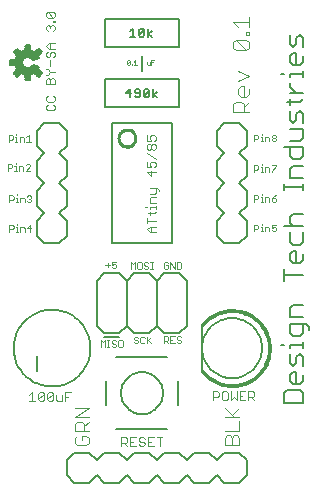
<source format=gto>
G75*
G70*
%OFA0B0*%
%FSLAX24Y24*%
%IPPOS*%
%LPD*%
%AMOC8*
5,1,8,0,0,1.08239X$1,22.5*
%
%ADD10C,0.0010*%
%ADD11C,0.0030*%
%ADD12C,0.0050*%
%ADD13C,0.0020*%
%ADD14C,0.0040*%
%ADD15C,0.0080*%
%ADD16C,0.0100*%
%ADD17C,0.0060*%
%ADD18C,0.0059*%
D10*
X007460Y004146D02*
X007532Y004200D01*
X007531Y004199D02*
X007574Y004146D01*
X007619Y004095D01*
X007668Y004047D01*
X007719Y004002D01*
X007773Y003959D01*
X007829Y003920D01*
X007887Y003884D01*
X007947Y003851D01*
X008008Y003822D01*
X008072Y003797D01*
X008136Y003775D01*
X008202Y003756D01*
X008269Y003742D01*
X008336Y003731D01*
X008404Y003724D01*
X008472Y003721D01*
X008541Y003722D01*
X008609Y003727D01*
X008677Y003735D01*
X008744Y003748D01*
X008810Y003764D01*
X008875Y003784D01*
X008940Y003807D01*
X009002Y003834D01*
X009063Y003865D01*
X009122Y003899D01*
X009180Y003936D01*
X009235Y003977D01*
X009287Y004021D01*
X009337Y004067D01*
X009384Y004116D01*
X009429Y004168D01*
X009470Y004222D01*
X009509Y004279D01*
X009544Y004338D01*
X009575Y004398D01*
X009603Y004460D01*
X009628Y004524D01*
X009649Y004589D01*
X009666Y004655D01*
X009680Y004722D01*
X009689Y004790D01*
X009695Y004858D01*
X009697Y004926D01*
X009695Y004994D01*
X009689Y005062D01*
X009680Y005130D01*
X009666Y005197D01*
X009649Y005263D01*
X009628Y005328D01*
X009603Y005392D01*
X009575Y005454D01*
X009544Y005514D01*
X009509Y005573D01*
X009470Y005630D01*
X009429Y005684D01*
X009384Y005736D01*
X009337Y005785D01*
X009287Y005831D01*
X009235Y005875D01*
X009180Y005916D01*
X009122Y005953D01*
X009063Y005987D01*
X009002Y006018D01*
X008940Y006045D01*
X008875Y006068D01*
X008810Y006088D01*
X008744Y006104D01*
X008677Y006117D01*
X008609Y006125D01*
X008541Y006130D01*
X008472Y006131D01*
X008404Y006128D01*
X008336Y006121D01*
X008269Y006110D01*
X008202Y006096D01*
X008136Y006077D01*
X008072Y006055D01*
X008008Y006030D01*
X007947Y006001D01*
X007887Y005968D01*
X007829Y005932D01*
X007773Y005893D01*
X007719Y005850D01*
X007668Y005805D01*
X007619Y005757D01*
X007574Y005706D01*
X007531Y005653D01*
X007460Y005706D01*
X007459Y005707D01*
X007503Y005762D01*
X007551Y005815D01*
X007601Y005866D01*
X007654Y005913D01*
X007709Y005957D01*
X007767Y005999D01*
X007827Y006037D01*
X007888Y006072D01*
X007952Y006103D01*
X008017Y006131D01*
X008084Y006155D01*
X008152Y006176D01*
X008221Y006192D01*
X008291Y006205D01*
X008361Y006214D01*
X008432Y006220D01*
X008503Y006221D01*
X008574Y006218D01*
X008645Y006212D01*
X008715Y006202D01*
X008784Y006188D01*
X008853Y006170D01*
X008921Y006148D01*
X008987Y006123D01*
X009052Y006094D01*
X009115Y006061D01*
X009176Y006025D01*
X009235Y005986D01*
X009292Y005944D01*
X009347Y005899D01*
X009399Y005850D01*
X009448Y005799D01*
X009495Y005746D01*
X009538Y005689D01*
X009578Y005631D01*
X009615Y005570D01*
X009649Y005508D01*
X009679Y005444D01*
X009706Y005378D01*
X009729Y005311D01*
X009748Y005242D01*
X009763Y005173D01*
X009775Y005103D01*
X009783Y005032D01*
X009787Y004961D01*
X009787Y004891D01*
X009783Y004820D01*
X009775Y004749D01*
X009763Y004679D01*
X009748Y004610D01*
X009729Y004541D01*
X009706Y004474D01*
X009679Y004408D01*
X009649Y004344D01*
X009615Y004282D01*
X009578Y004221D01*
X009538Y004163D01*
X009495Y004106D01*
X009448Y004053D01*
X009399Y004002D01*
X009347Y003953D01*
X009292Y003908D01*
X009235Y003866D01*
X009176Y003827D01*
X009115Y003791D01*
X009052Y003758D01*
X008987Y003729D01*
X008921Y003704D01*
X008853Y003682D01*
X008784Y003664D01*
X008715Y003650D01*
X008645Y003640D01*
X008574Y003634D01*
X008503Y003631D01*
X008432Y003632D01*
X008361Y003638D01*
X008291Y003647D01*
X008221Y003660D01*
X008152Y003676D01*
X008084Y003697D01*
X008017Y003721D01*
X007952Y003749D01*
X007888Y003780D01*
X007827Y003815D01*
X007767Y003853D01*
X007709Y003895D01*
X007654Y003939D01*
X007601Y003986D01*
X007551Y004037D01*
X007503Y004090D01*
X007459Y004145D01*
X007466Y004150D01*
X007511Y004095D01*
X007558Y004042D01*
X007609Y003991D01*
X007662Y003944D01*
X007718Y003899D01*
X007776Y003858D01*
X007836Y003820D01*
X007898Y003785D01*
X007962Y003754D01*
X008028Y003727D01*
X008095Y003703D01*
X008164Y003683D01*
X008233Y003666D01*
X008303Y003654D01*
X008374Y003645D01*
X008445Y003641D01*
X008516Y003640D01*
X008587Y003644D01*
X008658Y003651D01*
X008729Y003662D01*
X008798Y003677D01*
X008867Y003696D01*
X008935Y003719D01*
X009001Y003745D01*
X009066Y003775D01*
X009128Y003809D01*
X009189Y003845D01*
X009248Y003886D01*
X009305Y003929D01*
X009359Y003976D01*
X009410Y004025D01*
X009458Y004078D01*
X009504Y004132D01*
X009546Y004190D01*
X009585Y004249D01*
X009621Y004311D01*
X009654Y004374D01*
X009682Y004439D01*
X009708Y004506D01*
X009729Y004574D01*
X009747Y004643D01*
X009760Y004713D01*
X009770Y004784D01*
X009776Y004855D01*
X009778Y004926D01*
X009776Y004997D01*
X009770Y005068D01*
X009760Y005139D01*
X009747Y005209D01*
X009729Y005278D01*
X009708Y005346D01*
X009682Y005413D01*
X009654Y005478D01*
X009621Y005541D01*
X009585Y005603D01*
X009546Y005662D01*
X009504Y005720D01*
X009458Y005774D01*
X009410Y005827D01*
X009359Y005876D01*
X009305Y005923D01*
X009248Y005966D01*
X009189Y006007D01*
X009128Y006043D01*
X009066Y006077D01*
X009001Y006107D01*
X008935Y006133D01*
X008867Y006156D01*
X008798Y006175D01*
X008729Y006190D01*
X008658Y006201D01*
X008587Y006208D01*
X008516Y006212D01*
X008445Y006211D01*
X008374Y006207D01*
X008303Y006198D01*
X008233Y006186D01*
X008164Y006169D01*
X008095Y006149D01*
X008028Y006125D01*
X007962Y006098D01*
X007898Y006067D01*
X007836Y006032D01*
X007776Y005994D01*
X007718Y005953D01*
X007662Y005908D01*
X007609Y005861D01*
X007558Y005810D01*
X007511Y005757D01*
X007466Y005702D01*
X007473Y005696D01*
X007518Y005751D01*
X007565Y005804D01*
X007615Y005854D01*
X007668Y005901D01*
X007723Y005945D01*
X007781Y005987D01*
X007840Y006024D01*
X007902Y006059D01*
X007966Y006090D01*
X008031Y006117D01*
X008098Y006141D01*
X008166Y006161D01*
X008235Y006177D01*
X008304Y006189D01*
X008375Y006198D01*
X008445Y006202D01*
X008516Y006203D01*
X008587Y006199D01*
X008657Y006192D01*
X008727Y006181D01*
X008796Y006166D01*
X008864Y006147D01*
X008932Y006125D01*
X008997Y006099D01*
X009062Y006069D01*
X009124Y006036D01*
X009184Y005999D01*
X009243Y005959D01*
X009299Y005916D01*
X009353Y005870D01*
X009403Y005820D01*
X009452Y005769D01*
X009497Y005714D01*
X009539Y005657D01*
X009578Y005598D01*
X009613Y005537D01*
X009646Y005474D01*
X009674Y005409D01*
X009699Y005343D01*
X009720Y005275D01*
X009738Y005207D01*
X009751Y005137D01*
X009761Y005067D01*
X009767Y004997D01*
X009769Y004926D01*
X009767Y004855D01*
X009761Y004785D01*
X009751Y004715D01*
X009738Y004645D01*
X009720Y004577D01*
X009699Y004509D01*
X009674Y004443D01*
X009646Y004378D01*
X009613Y004315D01*
X009578Y004254D01*
X009539Y004195D01*
X009497Y004138D01*
X009452Y004083D01*
X009403Y004032D01*
X009353Y003982D01*
X009299Y003936D01*
X009243Y003893D01*
X009184Y003853D01*
X009124Y003816D01*
X009062Y003783D01*
X008997Y003753D01*
X008932Y003727D01*
X008864Y003705D01*
X008796Y003686D01*
X008727Y003671D01*
X008657Y003660D01*
X008587Y003653D01*
X008516Y003649D01*
X008445Y003650D01*
X008375Y003654D01*
X008304Y003663D01*
X008235Y003675D01*
X008166Y003691D01*
X008098Y003711D01*
X008031Y003735D01*
X007966Y003762D01*
X007902Y003793D01*
X007840Y003828D01*
X007781Y003865D01*
X007723Y003907D01*
X007668Y003951D01*
X007615Y003998D01*
X007565Y004048D01*
X007518Y004101D01*
X007473Y004156D01*
X007481Y004161D01*
X007525Y004106D01*
X007573Y004053D01*
X007623Y004003D01*
X007676Y003955D01*
X007732Y003911D01*
X007790Y003870D01*
X007850Y003833D01*
X007912Y003798D01*
X007976Y003768D01*
X008042Y003741D01*
X008109Y003717D01*
X008177Y003698D01*
X008247Y003682D01*
X008317Y003670D01*
X008387Y003662D01*
X008458Y003658D01*
X008529Y003659D01*
X008600Y003663D01*
X008671Y003671D01*
X008741Y003683D01*
X008810Y003699D01*
X008878Y003718D01*
X008946Y003742D01*
X009011Y003769D01*
X009075Y003800D01*
X009137Y003834D01*
X009197Y003872D01*
X009255Y003914D01*
X009311Y003958D01*
X009364Y004005D01*
X009414Y004056D01*
X009461Y004109D01*
X009506Y004164D01*
X009547Y004222D01*
X009584Y004282D01*
X009619Y004345D01*
X009650Y004409D01*
X009677Y004474D01*
X009700Y004541D01*
X009720Y004610D01*
X009736Y004679D01*
X009748Y004749D01*
X009756Y004820D01*
X009760Y004890D01*
X009760Y004962D01*
X009756Y005032D01*
X009748Y005103D01*
X009736Y005173D01*
X009720Y005242D01*
X009700Y005311D01*
X009677Y005378D01*
X009650Y005443D01*
X009619Y005507D01*
X009584Y005570D01*
X009547Y005630D01*
X009506Y005688D01*
X009461Y005743D01*
X009414Y005796D01*
X009364Y005847D01*
X009311Y005894D01*
X009255Y005938D01*
X009197Y005980D01*
X009137Y006018D01*
X009075Y006052D01*
X009011Y006083D01*
X008946Y006110D01*
X008878Y006134D01*
X008810Y006153D01*
X008741Y006169D01*
X008671Y006181D01*
X008600Y006189D01*
X008529Y006193D01*
X008458Y006194D01*
X008387Y006190D01*
X008317Y006182D01*
X008247Y006170D01*
X008177Y006154D01*
X008109Y006135D01*
X008042Y006111D01*
X007976Y006084D01*
X007912Y006054D01*
X007850Y006019D01*
X007790Y005982D01*
X007732Y005941D01*
X007676Y005897D01*
X007623Y005849D01*
X007573Y005799D01*
X007525Y005746D01*
X007481Y005691D01*
X007488Y005685D01*
X007532Y005740D01*
X007579Y005793D01*
X007629Y005843D01*
X007682Y005890D01*
X007737Y005934D01*
X007795Y005974D01*
X007854Y006012D01*
X007916Y006046D01*
X007980Y006076D01*
X008045Y006103D01*
X008112Y006126D01*
X008180Y006146D01*
X008248Y006161D01*
X008318Y006173D01*
X008388Y006181D01*
X008459Y006185D01*
X008529Y006184D01*
X008600Y006180D01*
X008670Y006172D01*
X008739Y006160D01*
X008808Y006145D01*
X008876Y006125D01*
X008942Y006102D01*
X009007Y006075D01*
X009071Y006044D01*
X009133Y006010D01*
X009192Y005972D01*
X009250Y005931D01*
X009305Y005887D01*
X009358Y005840D01*
X009407Y005790D01*
X009454Y005738D01*
X009498Y005682D01*
X009539Y005625D01*
X009577Y005565D01*
X009611Y005503D01*
X009641Y005440D01*
X009668Y005375D01*
X009692Y005308D01*
X009711Y005240D01*
X009727Y005171D01*
X009739Y005102D01*
X009747Y005032D01*
X009751Y004961D01*
X009751Y004891D01*
X009747Y004820D01*
X009739Y004750D01*
X009727Y004681D01*
X009711Y004612D01*
X009692Y004544D01*
X009668Y004477D01*
X009641Y004412D01*
X009611Y004349D01*
X009577Y004287D01*
X009539Y004227D01*
X009498Y004170D01*
X009454Y004114D01*
X009407Y004062D01*
X009358Y004012D01*
X009305Y003965D01*
X009250Y003921D01*
X009192Y003880D01*
X009133Y003842D01*
X009071Y003808D01*
X009007Y003777D01*
X008942Y003750D01*
X008876Y003727D01*
X008808Y003707D01*
X008739Y003692D01*
X008670Y003680D01*
X008600Y003672D01*
X008529Y003668D01*
X008459Y003667D01*
X008388Y003671D01*
X008318Y003679D01*
X008248Y003691D01*
X008180Y003706D01*
X008112Y003726D01*
X008045Y003749D01*
X007980Y003776D01*
X007916Y003806D01*
X007854Y003840D01*
X007795Y003878D01*
X007737Y003918D01*
X007682Y003962D01*
X007629Y004009D01*
X007579Y004059D01*
X007532Y004112D01*
X007488Y004167D01*
X007495Y004172D01*
X007539Y004117D01*
X007586Y004065D01*
X007635Y004016D01*
X007688Y003969D01*
X007742Y003926D01*
X007800Y003885D01*
X007859Y003848D01*
X007920Y003814D01*
X007984Y003784D01*
X008048Y003757D01*
X008115Y003734D01*
X008182Y003715D01*
X008250Y003700D01*
X008319Y003688D01*
X008389Y003680D01*
X008459Y003676D01*
X008529Y003677D01*
X008599Y003681D01*
X008668Y003689D01*
X008737Y003700D01*
X008806Y003716D01*
X008873Y003735D01*
X008939Y003759D01*
X009004Y003786D01*
X009067Y003816D01*
X009128Y003850D01*
X009187Y003887D01*
X009245Y003928D01*
X009299Y003972D01*
X009351Y004018D01*
X009401Y004068D01*
X009448Y004120D01*
X009491Y004175D01*
X009532Y004232D01*
X009569Y004291D01*
X009603Y004353D01*
X009633Y004416D01*
X009660Y004481D01*
X009683Y004547D01*
X009702Y004614D01*
X009718Y004682D01*
X009730Y004751D01*
X009738Y004821D01*
X009742Y004891D01*
X009742Y004961D01*
X009738Y005031D01*
X009730Y005101D01*
X009718Y005170D01*
X009702Y005238D01*
X009683Y005305D01*
X009660Y005371D01*
X009633Y005436D01*
X009603Y005499D01*
X009569Y005561D01*
X009532Y005620D01*
X009491Y005677D01*
X009448Y005732D01*
X009401Y005784D01*
X009351Y005834D01*
X009299Y005880D01*
X009245Y005924D01*
X009187Y005965D01*
X009128Y006002D01*
X009067Y006036D01*
X009004Y006066D01*
X008939Y006093D01*
X008873Y006117D01*
X008806Y006136D01*
X008737Y006152D01*
X008668Y006163D01*
X008599Y006171D01*
X008529Y006175D01*
X008459Y006176D01*
X008389Y006172D01*
X008319Y006164D01*
X008250Y006152D01*
X008182Y006137D01*
X008115Y006118D01*
X008048Y006095D01*
X007984Y006068D01*
X007920Y006038D01*
X007859Y006004D01*
X007800Y005967D01*
X007742Y005926D01*
X007688Y005883D01*
X007635Y005836D01*
X007586Y005787D01*
X007539Y005735D01*
X007495Y005680D01*
X007502Y005675D01*
X007546Y005729D01*
X007592Y005781D01*
X007641Y005830D01*
X007693Y005876D01*
X007748Y005919D01*
X007805Y005959D01*
X007864Y005996D01*
X007925Y006030D01*
X007987Y006060D01*
X008052Y006086D01*
X008117Y006109D01*
X008184Y006128D01*
X008252Y006144D01*
X008321Y006155D01*
X008390Y006163D01*
X008459Y006167D01*
X008529Y006166D01*
X008598Y006162D01*
X008667Y006155D01*
X008736Y006143D01*
X008803Y006127D01*
X008870Y006108D01*
X008936Y006085D01*
X009000Y006058D01*
X009063Y006028D01*
X009124Y005994D01*
X009182Y005957D01*
X009239Y005917D01*
X009293Y005874D01*
X009345Y005827D01*
X009394Y005778D01*
X009441Y005726D01*
X009484Y005672D01*
X009524Y005615D01*
X009561Y005556D01*
X009595Y005495D01*
X009625Y005432D01*
X009652Y005368D01*
X009675Y005303D01*
X009694Y005236D01*
X009709Y005168D01*
X009721Y005099D01*
X009729Y005030D01*
X009733Y004961D01*
X009733Y004891D01*
X009729Y004822D01*
X009721Y004753D01*
X009709Y004684D01*
X009694Y004616D01*
X009675Y004549D01*
X009652Y004484D01*
X009625Y004420D01*
X009595Y004357D01*
X009561Y004296D01*
X009524Y004237D01*
X009484Y004180D01*
X009441Y004126D01*
X009394Y004074D01*
X009345Y004025D01*
X009293Y003978D01*
X009239Y003935D01*
X009182Y003895D01*
X009124Y003858D01*
X009063Y003824D01*
X009000Y003794D01*
X008936Y003767D01*
X008870Y003744D01*
X008803Y003725D01*
X008736Y003709D01*
X008667Y003697D01*
X008598Y003690D01*
X008529Y003686D01*
X008459Y003685D01*
X008390Y003689D01*
X008321Y003697D01*
X008252Y003708D01*
X008184Y003724D01*
X008117Y003743D01*
X008052Y003766D01*
X007987Y003792D01*
X007925Y003822D01*
X007864Y003856D01*
X007805Y003893D01*
X007748Y003933D01*
X007693Y003976D01*
X007641Y004022D01*
X007592Y004071D01*
X007546Y004123D01*
X007502Y004177D01*
X007509Y004183D01*
X007553Y004129D01*
X007599Y004078D01*
X007648Y004029D01*
X007699Y003983D01*
X007753Y003940D01*
X007810Y003900D01*
X007868Y003864D01*
X007929Y003830D01*
X007991Y003800D01*
X008055Y003774D01*
X008120Y003752D01*
X008186Y003733D01*
X008254Y003717D01*
X008322Y003706D01*
X008390Y003698D01*
X008459Y003694D01*
X008528Y003695D01*
X008597Y003699D01*
X008666Y003706D01*
X008734Y003718D01*
X008801Y003733D01*
X008868Y003753D01*
X008933Y003776D01*
X008996Y003802D01*
X009059Y003832D01*
X009119Y003865D01*
X009177Y003902D01*
X009234Y003942D01*
X009288Y003985D01*
X009339Y004031D01*
X009388Y004080D01*
X009434Y004132D01*
X009477Y004186D01*
X009517Y004242D01*
X009553Y004301D01*
X009587Y004361D01*
X009617Y004423D01*
X009643Y004487D01*
X009666Y004552D01*
X009685Y004619D01*
X009700Y004686D01*
X009712Y004754D01*
X009720Y004823D01*
X009724Y004891D01*
X009724Y004961D01*
X009720Y005029D01*
X009712Y005098D01*
X009700Y005166D01*
X009685Y005233D01*
X009666Y005300D01*
X009643Y005365D01*
X009617Y005429D01*
X009587Y005491D01*
X009553Y005551D01*
X009517Y005610D01*
X009477Y005666D01*
X009434Y005720D01*
X009388Y005772D01*
X009339Y005821D01*
X009288Y005867D01*
X009234Y005910D01*
X009177Y005950D01*
X009119Y005987D01*
X009059Y006020D01*
X008996Y006050D01*
X008933Y006076D01*
X008868Y006099D01*
X008801Y006119D01*
X008734Y006134D01*
X008666Y006146D01*
X008597Y006153D01*
X008528Y006157D01*
X008459Y006158D01*
X008390Y006154D01*
X008322Y006146D01*
X008254Y006135D01*
X008186Y006119D01*
X008120Y006100D01*
X008055Y006078D01*
X007991Y006052D01*
X007929Y006022D01*
X007868Y005988D01*
X007810Y005952D01*
X007753Y005912D01*
X007699Y005869D01*
X007648Y005823D01*
X007599Y005774D01*
X007553Y005723D01*
X007509Y005669D01*
X007517Y005664D01*
X007560Y005718D01*
X007606Y005769D01*
X007656Y005818D01*
X007707Y005864D01*
X007762Y005907D01*
X007819Y005947D01*
X007877Y005983D01*
X007938Y006017D01*
X008001Y006046D01*
X008065Y006072D01*
X008131Y006094D01*
X008198Y006113D01*
X008265Y006128D01*
X008334Y006139D01*
X008403Y006146D01*
X008472Y006149D01*
X008541Y006148D01*
X008611Y006143D01*
X008679Y006135D01*
X008747Y006122D01*
X008815Y006106D01*
X008881Y006085D01*
X008946Y006062D01*
X009010Y006034D01*
X009072Y006003D01*
X009132Y005968D01*
X009190Y005930D01*
X009246Y005889D01*
X009299Y005845D01*
X009350Y005798D01*
X009398Y005748D01*
X009443Y005695D01*
X009485Y005640D01*
X009524Y005583D01*
X009559Y005523D01*
X009591Y005462D01*
X009620Y005399D01*
X009645Y005334D01*
X009666Y005268D01*
X009684Y005201D01*
X009697Y005133D01*
X009707Y005064D01*
X009713Y004995D01*
X009715Y004926D01*
X009713Y004857D01*
X009707Y004788D01*
X009697Y004719D01*
X009684Y004651D01*
X009666Y004584D01*
X009645Y004518D01*
X009620Y004453D01*
X009591Y004390D01*
X009559Y004329D01*
X009524Y004269D01*
X009485Y004212D01*
X009443Y004157D01*
X009398Y004104D01*
X009350Y004054D01*
X009299Y004007D01*
X009246Y003963D01*
X009190Y003922D01*
X009132Y003884D01*
X009072Y003849D01*
X009010Y003818D01*
X008946Y003790D01*
X008881Y003767D01*
X008815Y003746D01*
X008747Y003730D01*
X008679Y003717D01*
X008611Y003709D01*
X008541Y003704D01*
X008472Y003703D01*
X008403Y003706D01*
X008334Y003713D01*
X008265Y003724D01*
X008198Y003739D01*
X008131Y003758D01*
X008065Y003780D01*
X008001Y003806D01*
X007938Y003835D01*
X007877Y003869D01*
X007819Y003905D01*
X007762Y003945D01*
X007707Y003988D01*
X007656Y004034D01*
X007606Y004083D01*
X007560Y004134D01*
X007517Y004188D01*
X007524Y004194D01*
X007567Y004140D01*
X007613Y004089D01*
X007662Y004040D01*
X007713Y003995D01*
X007767Y003952D01*
X007824Y003913D01*
X007882Y003876D01*
X007942Y003843D01*
X008005Y003814D01*
X008068Y003788D01*
X008134Y003766D01*
X008200Y003748D01*
X008267Y003733D01*
X008335Y003722D01*
X008404Y003715D01*
X008472Y003712D01*
X008541Y003713D01*
X008610Y003718D01*
X008678Y003726D01*
X008746Y003739D01*
X008812Y003755D01*
X008878Y003775D01*
X008943Y003799D01*
X009006Y003826D01*
X009067Y003857D01*
X009127Y003891D01*
X009185Y003929D01*
X009240Y003970D01*
X009293Y004014D01*
X009343Y004061D01*
X009391Y004110D01*
X009436Y004162D01*
X009478Y004217D01*
X009516Y004274D01*
X009551Y004333D01*
X009583Y004394D01*
X009612Y004457D01*
X009636Y004521D01*
X009658Y004587D01*
X009675Y004653D01*
X009688Y004721D01*
X009698Y004789D01*
X009704Y004857D01*
X009706Y004926D01*
X009704Y004995D01*
X009698Y005063D01*
X009688Y005131D01*
X009675Y005199D01*
X009658Y005265D01*
X009636Y005331D01*
X009612Y005395D01*
X009583Y005458D01*
X009551Y005519D01*
X009516Y005578D01*
X009478Y005635D01*
X009436Y005690D01*
X009391Y005742D01*
X009343Y005791D01*
X009293Y005838D01*
X009240Y005882D01*
X009185Y005923D01*
X009127Y005961D01*
X009067Y005995D01*
X009006Y006026D01*
X008943Y006053D01*
X008878Y006077D01*
X008812Y006097D01*
X008746Y006113D01*
X008678Y006126D01*
X008610Y006134D01*
X008541Y006139D01*
X008472Y006140D01*
X008404Y006137D01*
X008335Y006130D01*
X008267Y006119D01*
X008200Y006104D01*
X008134Y006086D01*
X008068Y006064D01*
X008005Y006038D01*
X007942Y006009D01*
X007882Y005976D01*
X007824Y005939D01*
X007767Y005900D01*
X007713Y005857D01*
X007662Y005812D01*
X007613Y005763D01*
X007567Y005712D01*
X007524Y005658D01*
X005808Y014372D02*
X005808Y014522D01*
X005908Y014522D01*
X005858Y014447D02*
X005808Y014447D01*
X005760Y014472D02*
X005760Y014372D01*
X005685Y014372D01*
X005660Y014397D01*
X005660Y014472D01*
X005318Y014372D02*
X005218Y014372D01*
X005170Y014372D02*
X005145Y014372D01*
X005145Y014397D01*
X005170Y014397D01*
X005170Y014372D01*
X005097Y014397D02*
X005097Y014497D01*
X004997Y014397D01*
X005022Y014372D01*
X005072Y014372D01*
X005097Y014397D01*
X004997Y014397D02*
X004997Y014497D01*
X005022Y014522D01*
X005072Y014522D01*
X005097Y014497D01*
X005218Y014472D02*
X005268Y014522D01*
X005268Y014372D01*
D11*
X001936Y003166D02*
X001742Y003166D01*
X001839Y003166D02*
X001839Y003456D01*
X001742Y003360D01*
X002037Y003408D02*
X002037Y003214D01*
X002230Y003408D01*
X002230Y003214D01*
X002182Y003166D01*
X002085Y003166D01*
X002037Y003214D01*
X002037Y003408D02*
X002085Y003456D01*
X002182Y003456D01*
X002230Y003408D01*
X002331Y003408D02*
X002331Y003214D01*
X002525Y003408D01*
X002525Y003214D01*
X002477Y003166D01*
X002380Y003166D01*
X002331Y003214D01*
X002331Y003408D02*
X002380Y003456D01*
X002477Y003456D01*
X002525Y003408D01*
X002626Y003360D02*
X002626Y003214D01*
X002674Y003166D01*
X002820Y003166D01*
X002820Y003360D01*
X002921Y003311D02*
X003018Y003311D01*
X003114Y003456D02*
X002921Y003456D01*
X002921Y003166D01*
X004802Y001956D02*
X004802Y001666D01*
X004802Y001763D02*
X004947Y001763D01*
X004995Y001811D01*
X004995Y001908D01*
X004947Y001956D01*
X004802Y001956D01*
X004898Y001763D02*
X004995Y001666D01*
X005096Y001666D02*
X005096Y001956D01*
X005290Y001956D01*
X005391Y001908D02*
X005391Y001860D01*
X005439Y001811D01*
X005536Y001811D01*
X005584Y001763D01*
X005584Y001714D01*
X005536Y001666D01*
X005439Y001666D01*
X005391Y001714D01*
X005290Y001666D02*
X005096Y001666D01*
X005096Y001811D02*
X005193Y001811D01*
X005391Y001908D02*
X005439Y001956D01*
X005536Y001956D01*
X005584Y001908D01*
X005686Y001956D02*
X005686Y001666D01*
X005879Y001666D01*
X005782Y001811D02*
X005686Y001811D01*
X005686Y001956D02*
X005879Y001956D01*
X005980Y001956D02*
X006174Y001956D01*
X006077Y001956D02*
X006077Y001666D01*
X007862Y003192D02*
X007862Y003482D01*
X008007Y003482D01*
X008055Y003434D01*
X008055Y003337D01*
X008007Y003289D01*
X007862Y003289D01*
X008156Y003240D02*
X008205Y003192D01*
X008301Y003192D01*
X008350Y003240D01*
X008350Y003434D01*
X008301Y003482D01*
X008205Y003482D01*
X008156Y003434D01*
X008156Y003240D01*
X008451Y003192D02*
X008451Y003482D01*
X008548Y003289D02*
X008644Y003192D01*
X008644Y003482D01*
X008746Y003482D02*
X008746Y003192D01*
X008939Y003192D01*
X009040Y003192D02*
X009040Y003482D01*
X009185Y003482D01*
X009234Y003434D01*
X009234Y003337D01*
X009185Y003289D01*
X009040Y003289D01*
X009137Y003289D02*
X009234Y003192D01*
X008939Y003482D02*
X008746Y003482D01*
X008746Y003337D02*
X008842Y003337D01*
X008548Y003289D02*
X008451Y003192D01*
X005946Y008785D02*
X005753Y008785D01*
X005656Y008882D01*
X005753Y008979D01*
X005946Y008979D01*
X005801Y008979D02*
X005801Y008785D01*
X005656Y009080D02*
X005656Y009273D01*
X005656Y009177D02*
X005946Y009177D01*
X005753Y009375D02*
X005753Y009471D01*
X005704Y009423D02*
X005898Y009423D01*
X005946Y009471D01*
X005946Y009571D02*
X005946Y009668D01*
X005946Y009619D02*
X005753Y009619D01*
X005753Y009571D01*
X005656Y009619D02*
X005607Y009619D01*
X005753Y009767D02*
X005753Y009913D01*
X005801Y009961D01*
X005946Y009961D01*
X005898Y010062D02*
X005946Y010110D01*
X005946Y010256D01*
X005994Y010256D02*
X005753Y010256D01*
X005753Y010062D02*
X005898Y010062D01*
X006043Y010159D02*
X006043Y010207D01*
X005994Y010256D01*
X005801Y010651D02*
X005801Y010845D01*
X005801Y010946D02*
X005656Y010946D01*
X005656Y011139D01*
X005753Y011091D02*
X005801Y011139D01*
X005898Y011139D01*
X005946Y011091D01*
X005946Y010994D01*
X005898Y010946D01*
X005801Y010946D02*
X005753Y011043D01*
X005753Y011091D01*
X005946Y011241D02*
X005656Y011434D01*
X005704Y011535D02*
X005753Y011535D01*
X005801Y011584D01*
X005801Y011680D01*
X005849Y011729D01*
X005898Y011729D01*
X005946Y011680D01*
X005946Y011584D01*
X005898Y011535D01*
X005849Y011535D01*
X005801Y011584D01*
X005801Y011680D02*
X005753Y011729D01*
X005704Y011729D01*
X005656Y011680D01*
X005656Y011584D01*
X005704Y011535D01*
X005656Y011830D02*
X005801Y011830D01*
X005753Y011927D01*
X005753Y011975D01*
X005801Y012023D01*
X005898Y012023D01*
X005946Y011975D01*
X005946Y011878D01*
X005898Y011830D01*
X005656Y011830D02*
X005656Y012023D01*
X005656Y010796D02*
X005801Y010651D01*
X005946Y010796D02*
X005656Y010796D01*
X005753Y009767D02*
X005946Y009767D01*
X002586Y012896D02*
X002538Y012848D01*
X002345Y012848D01*
X002296Y012896D01*
X002296Y012993D01*
X002345Y013041D01*
X002345Y013142D02*
X002538Y013142D01*
X002586Y013191D01*
X002586Y013288D01*
X002538Y013336D01*
X002538Y013041D02*
X002586Y012993D01*
X002586Y012896D01*
X002345Y013142D02*
X002296Y013191D01*
X002296Y013288D01*
X002345Y013336D01*
X002296Y013732D02*
X002296Y013877D01*
X002345Y013925D01*
X002393Y013925D01*
X002441Y013877D01*
X002441Y013732D01*
X002586Y013732D02*
X002296Y013732D01*
X002441Y013877D02*
X002490Y013925D01*
X002538Y013925D01*
X002586Y013877D01*
X002586Y013732D01*
X002345Y014026D02*
X002441Y014123D01*
X002586Y014123D01*
X002441Y014123D02*
X002345Y014220D01*
X002296Y014220D01*
X002441Y014321D02*
X002441Y014514D01*
X002393Y014616D02*
X002441Y014664D01*
X002441Y014761D01*
X002490Y014809D01*
X002538Y014809D01*
X002586Y014761D01*
X002586Y014664D01*
X002538Y014616D01*
X002393Y014616D02*
X002345Y014616D01*
X002296Y014664D01*
X002296Y014761D01*
X002345Y014809D01*
X002393Y014910D02*
X002296Y015007D01*
X002393Y015104D01*
X002586Y015104D01*
X002441Y015104D02*
X002441Y014910D01*
X002393Y014910D02*
X002586Y014910D01*
X002538Y015500D02*
X002586Y015548D01*
X002586Y015645D01*
X002538Y015693D01*
X002490Y015693D01*
X002441Y015645D01*
X002441Y015596D01*
X002441Y015645D02*
X002393Y015693D01*
X002345Y015693D01*
X002296Y015645D01*
X002296Y015548D01*
X002345Y015500D01*
X002538Y015794D02*
X002538Y015843D01*
X002586Y015843D01*
X002586Y015794D01*
X002538Y015794D01*
X002538Y015942D02*
X002345Y016135D01*
X002538Y016135D01*
X002586Y016087D01*
X002586Y015990D01*
X002538Y015942D01*
X002345Y015942D01*
X002296Y015990D01*
X002296Y016087D01*
X002345Y016135D01*
X002296Y014026D02*
X002345Y014026D01*
D12*
X004959Y013422D02*
X005139Y013422D01*
X005254Y013467D02*
X005299Y013422D01*
X005434Y013422D01*
X005434Y013512D02*
X005389Y013557D01*
X005299Y013557D01*
X005254Y013512D01*
X005254Y013467D01*
X005254Y013332D02*
X005299Y013287D01*
X005389Y013287D01*
X005434Y013332D01*
X005434Y013512D01*
X005549Y013512D02*
X005549Y013332D01*
X005729Y013512D01*
X005729Y013332D01*
X005684Y013287D01*
X005594Y013287D01*
X005549Y013332D01*
X005549Y013512D02*
X005594Y013557D01*
X005684Y013557D01*
X005729Y013512D01*
X005843Y013557D02*
X005843Y013287D01*
X005843Y013377D02*
X005978Y013467D01*
X005843Y013377D02*
X005978Y013287D01*
X005094Y013287D02*
X005094Y013557D01*
X004959Y013422D01*
X005093Y015301D02*
X005273Y015301D01*
X005183Y015301D02*
X005183Y015572D01*
X005093Y015482D01*
X005388Y015527D02*
X005388Y015346D01*
X005568Y015527D01*
X005568Y015346D01*
X005523Y015301D01*
X005433Y015301D01*
X005388Y015346D01*
X005388Y015527D02*
X005433Y015572D01*
X005523Y015572D01*
X005568Y015527D01*
X005682Y015572D02*
X005682Y015301D01*
X005682Y015391D02*
X005817Y015482D01*
X005682Y015391D02*
X005817Y015301D01*
X010133Y014049D02*
X010235Y014049D01*
X010439Y014049D02*
X010846Y014049D01*
X010846Y013948D02*
X010846Y014151D01*
X010744Y014353D02*
X010540Y014353D01*
X010439Y014455D01*
X010439Y014658D01*
X010540Y014760D01*
X010642Y014760D01*
X010642Y014353D01*
X010744Y014353D02*
X010846Y014455D01*
X010846Y014658D01*
X010846Y014961D02*
X010846Y015266D01*
X010744Y015368D01*
X010642Y015266D01*
X010642Y015062D01*
X010540Y014961D01*
X010439Y015062D01*
X010439Y015368D01*
X010439Y014049D02*
X010439Y013948D01*
X010439Y013747D02*
X010439Y013645D01*
X010642Y013441D01*
X010439Y013441D02*
X010846Y013441D01*
X010846Y013240D02*
X010744Y013138D01*
X010337Y013138D01*
X010439Y013036D02*
X010439Y013240D01*
X010439Y012835D02*
X010439Y012530D01*
X010540Y012428D01*
X010642Y012530D01*
X010642Y012734D01*
X010744Y012835D01*
X010846Y012734D01*
X010846Y012428D01*
X010846Y012228D02*
X010439Y012228D01*
X010439Y011821D02*
X010744Y011821D01*
X010846Y011922D01*
X010846Y012228D01*
X010846Y011620D02*
X010846Y011315D01*
X010744Y011213D01*
X010540Y011213D01*
X010439Y011315D01*
X010439Y011620D01*
X010235Y011620D02*
X010846Y011620D01*
X010846Y011012D02*
X010540Y011012D01*
X010439Y010911D01*
X010439Y010605D01*
X010846Y010605D01*
X010846Y010404D02*
X010846Y010200D01*
X010846Y010302D02*
X010235Y010302D01*
X010235Y010200D02*
X010235Y010404D01*
X010540Y009392D02*
X010439Y009290D01*
X010439Y009086D01*
X010540Y008985D01*
X010439Y008784D02*
X010439Y008479D01*
X010540Y008377D01*
X010744Y008377D01*
X010846Y008479D01*
X010846Y008784D01*
X010846Y008985D02*
X010235Y008985D01*
X010540Y009392D02*
X010846Y009392D01*
X010642Y008176D02*
X010540Y008176D01*
X010439Y008075D01*
X010439Y007871D01*
X010540Y007769D01*
X010744Y007769D01*
X010846Y007871D01*
X010846Y008075D01*
X010642Y008176D02*
X010642Y007769D01*
X010846Y007365D02*
X010235Y007365D01*
X010235Y007162D02*
X010235Y007569D01*
X010540Y006353D02*
X010846Y006353D01*
X010540Y006353D02*
X010439Y006251D01*
X010439Y005946D01*
X010846Y005946D01*
X010846Y005745D02*
X010846Y005440D01*
X010744Y005338D01*
X010540Y005338D01*
X010439Y005440D01*
X010439Y005745D01*
X010947Y005745D01*
X011049Y005644D01*
X011049Y005542D01*
X010846Y005137D02*
X010846Y004933D01*
X010846Y005035D02*
X010439Y005035D01*
X010439Y004933D01*
X010439Y004733D02*
X010439Y004427D01*
X010540Y004326D01*
X010642Y004427D01*
X010642Y004631D01*
X010744Y004733D01*
X010846Y004631D01*
X010846Y004326D01*
X010642Y004125D02*
X010642Y003718D01*
X010744Y003718D02*
X010540Y003718D01*
X010439Y003820D01*
X010439Y004023D01*
X010540Y004125D01*
X010642Y004125D01*
X010846Y004023D02*
X010846Y003820D01*
X010744Y003718D01*
X010744Y003517D02*
X010337Y003517D01*
X010235Y003415D01*
X010235Y003110D01*
X010846Y003110D01*
X010846Y003415D01*
X010744Y003517D01*
X010235Y005035D02*
X010133Y005035D01*
D13*
X009924Y008822D02*
X009851Y008822D01*
X009814Y008859D01*
X009814Y008932D02*
X009887Y008969D01*
X009924Y008969D01*
X009961Y008932D01*
X009961Y008859D01*
X009924Y008822D01*
X009814Y008932D02*
X009814Y009042D01*
X009961Y009042D01*
X009740Y008932D02*
X009740Y008822D01*
X009740Y008932D02*
X009703Y008969D01*
X009593Y008969D01*
X009593Y008822D01*
X009519Y008822D02*
X009446Y008822D01*
X009482Y008822D02*
X009482Y008969D01*
X009446Y008969D01*
X009482Y009042D02*
X009482Y009079D01*
X009371Y009006D02*
X009371Y008932D01*
X009335Y008896D01*
X009225Y008896D01*
X009225Y008822D02*
X009225Y009042D01*
X009335Y009042D01*
X009371Y009006D01*
X009446Y009806D02*
X009519Y009806D01*
X009482Y009806D02*
X009482Y009953D01*
X009446Y009953D01*
X009482Y010026D02*
X009482Y010063D01*
X009371Y009990D02*
X009371Y009916D01*
X009335Y009880D01*
X009225Y009880D01*
X009225Y009806D02*
X009225Y010026D01*
X009335Y010026D01*
X009371Y009990D01*
X009593Y009953D02*
X009703Y009953D01*
X009740Y009916D01*
X009740Y009806D01*
X009814Y009843D02*
X009851Y009806D01*
X009924Y009806D01*
X009961Y009843D01*
X009961Y009880D01*
X009924Y009916D01*
X009814Y009916D01*
X009814Y009843D01*
X009814Y009916D02*
X009887Y009990D01*
X009961Y010026D01*
X009593Y009953D02*
X009593Y009806D01*
X009593Y010806D02*
X009593Y010953D01*
X009703Y010953D01*
X009740Y010916D01*
X009740Y010806D01*
X009814Y010806D02*
X009814Y010843D01*
X009961Y010989D01*
X009961Y011026D01*
X009814Y011026D01*
X009482Y011026D02*
X009482Y011063D01*
X009482Y010953D02*
X009482Y010806D01*
X009446Y010806D02*
X009519Y010806D01*
X009482Y010953D02*
X009446Y010953D01*
X009371Y010989D02*
X009371Y010916D01*
X009335Y010879D01*
X009225Y010879D01*
X009225Y010806D02*
X009225Y011026D01*
X009335Y011026D01*
X009371Y010989D01*
X009446Y011821D02*
X009519Y011821D01*
X009482Y011821D02*
X009482Y011968D01*
X009446Y011968D01*
X009482Y012041D02*
X009482Y012078D01*
X009371Y012005D02*
X009371Y011931D01*
X009335Y011895D01*
X009225Y011895D01*
X009225Y011821D02*
X009225Y012041D01*
X009335Y012041D01*
X009371Y012005D01*
X009593Y011968D02*
X009593Y011821D01*
X009740Y011821D02*
X009740Y011931D01*
X009703Y011968D01*
X009593Y011968D01*
X009814Y011968D02*
X009851Y011931D01*
X009924Y011931D01*
X009961Y011895D01*
X009961Y011858D01*
X009924Y011821D01*
X009851Y011821D01*
X009814Y011858D01*
X009814Y011895D01*
X009851Y011931D01*
X009814Y011968D02*
X009814Y012005D01*
X009851Y012041D01*
X009924Y012041D01*
X009961Y012005D01*
X009961Y011968D01*
X009924Y011931D01*
X006763Y007794D02*
X006800Y007757D01*
X006800Y007611D01*
X006763Y007574D01*
X006653Y007574D01*
X006653Y007794D01*
X006763Y007794D01*
X006579Y007794D02*
X006579Y007574D01*
X006432Y007794D01*
X006432Y007574D01*
X006358Y007611D02*
X006358Y007684D01*
X006284Y007684D01*
X006211Y007757D02*
X006248Y007794D01*
X006321Y007794D01*
X006358Y007757D01*
X006358Y007611D02*
X006321Y007574D01*
X006248Y007574D01*
X006211Y007611D01*
X006211Y007757D01*
X005849Y007786D02*
X005775Y007786D01*
X005812Y007786D02*
X005812Y007566D01*
X005775Y007566D02*
X005849Y007566D01*
X005701Y007603D02*
X005664Y007566D01*
X005591Y007566D01*
X005554Y007603D01*
X005480Y007603D02*
X005443Y007566D01*
X005370Y007566D01*
X005333Y007603D01*
X005333Y007750D01*
X005370Y007786D01*
X005443Y007786D01*
X005480Y007750D01*
X005480Y007603D01*
X005554Y007713D02*
X005591Y007676D01*
X005664Y007676D01*
X005701Y007640D01*
X005701Y007603D01*
X005701Y007750D02*
X005664Y007786D01*
X005591Y007786D01*
X005554Y007750D01*
X005554Y007713D01*
X005259Y007786D02*
X005259Y007566D01*
X005112Y007566D02*
X005112Y007786D01*
X005186Y007713D01*
X005259Y007786D01*
X004637Y007801D02*
X004490Y007801D01*
X004490Y007691D01*
X004564Y007728D01*
X004601Y007728D01*
X004637Y007691D01*
X004637Y007618D01*
X004601Y007581D01*
X004527Y007581D01*
X004490Y007618D01*
X004416Y007691D02*
X004269Y007691D01*
X004343Y007618D02*
X004343Y007765D01*
X005254Y005310D02*
X005218Y005273D01*
X005218Y005236D01*
X005254Y005199D01*
X005328Y005199D01*
X005364Y005163D01*
X005364Y005126D01*
X005328Y005089D01*
X005254Y005089D01*
X005218Y005126D01*
X005254Y005310D02*
X005328Y005310D01*
X005364Y005273D01*
X005439Y005273D02*
X005439Y005126D01*
X005475Y005089D01*
X005549Y005089D01*
X005585Y005126D01*
X005660Y005089D02*
X005660Y005310D01*
X005585Y005273D02*
X005549Y005310D01*
X005475Y005310D01*
X005439Y005273D01*
X005660Y005163D02*
X005806Y005310D01*
X005696Y005199D02*
X005806Y005089D01*
X006211Y005097D02*
X006211Y005317D01*
X006321Y005317D01*
X006358Y005280D01*
X006358Y005207D01*
X006321Y005170D01*
X006211Y005170D01*
X006284Y005170D02*
X006358Y005097D01*
X006432Y005097D02*
X006579Y005097D01*
X006653Y005134D02*
X006690Y005097D01*
X006763Y005097D01*
X006800Y005134D01*
X006800Y005170D01*
X006763Y005207D01*
X006690Y005207D01*
X006653Y005244D01*
X006653Y005280D01*
X006690Y005317D01*
X006763Y005317D01*
X006800Y005280D01*
X006579Y005317D02*
X006432Y005317D01*
X006432Y005097D01*
X006432Y005207D02*
X006505Y005207D01*
X004847Y005152D02*
X004847Y005006D01*
X004811Y004969D01*
X004737Y004969D01*
X004701Y005006D01*
X004701Y005152D01*
X004737Y005189D01*
X004811Y005189D01*
X004847Y005152D01*
X004626Y005152D02*
X004590Y005189D01*
X004516Y005189D01*
X004480Y005152D01*
X004480Y005116D01*
X004516Y005079D01*
X004590Y005079D01*
X004626Y005042D01*
X004626Y005006D01*
X004590Y004969D01*
X004516Y004969D01*
X004480Y005006D01*
X004406Y004969D02*
X004332Y004969D01*
X004369Y004969D02*
X004369Y005189D01*
X004332Y005189D02*
X004406Y005189D01*
X004258Y005189D02*
X004258Y004969D01*
X004111Y004969D02*
X004111Y005189D01*
X004185Y005116D01*
X004258Y005189D01*
X001763Y008807D02*
X001763Y009027D01*
X001652Y008917D01*
X001799Y008917D01*
X001578Y008917D02*
X001578Y008807D01*
X001578Y008917D02*
X001542Y008953D01*
X001431Y008953D01*
X001431Y008807D01*
X001358Y008807D02*
X001284Y008807D01*
X001321Y008807D02*
X001321Y008953D01*
X001284Y008953D01*
X001210Y008917D02*
X001173Y008880D01*
X001063Y008880D01*
X001063Y008807D02*
X001063Y009027D01*
X001173Y009027D01*
X001210Y008990D01*
X001210Y008917D01*
X001321Y009027D02*
X001321Y009064D01*
X001323Y009793D02*
X001323Y009940D01*
X001286Y009940D01*
X001323Y010013D02*
X001323Y010050D01*
X001212Y009977D02*
X001212Y009903D01*
X001175Y009867D01*
X001065Y009867D01*
X001065Y009793D02*
X001065Y010013D01*
X001175Y010013D01*
X001212Y009977D01*
X001286Y009793D02*
X001359Y009793D01*
X001433Y009793D02*
X001433Y009940D01*
X001543Y009940D01*
X001580Y009903D01*
X001580Y009793D01*
X001654Y009830D02*
X001691Y009793D01*
X001764Y009793D01*
X001801Y009830D01*
X001801Y009867D01*
X001764Y009903D01*
X001728Y009903D01*
X001764Y009903D02*
X001801Y009940D01*
X001801Y009977D01*
X001764Y010013D01*
X001691Y010013D01*
X001654Y009977D01*
X001610Y010840D02*
X001757Y010986D01*
X001757Y011023D01*
X001720Y011060D01*
X001647Y011060D01*
X001610Y011023D01*
X001536Y010950D02*
X001536Y010840D01*
X001610Y010840D02*
X001757Y010840D01*
X001536Y010950D02*
X001499Y010986D01*
X001389Y010986D01*
X001389Y010840D01*
X001315Y010840D02*
X001242Y010840D01*
X001278Y010840D02*
X001278Y010986D01*
X001242Y010986D01*
X001278Y011060D02*
X001278Y011097D01*
X001167Y011023D02*
X001167Y010950D01*
X001131Y010913D01*
X001021Y010913D01*
X001021Y010840D02*
X001021Y011060D01*
X001131Y011060D01*
X001167Y011023D01*
X001269Y011806D02*
X001342Y011806D01*
X001305Y011806D02*
X001305Y011952D01*
X001269Y011952D01*
X001305Y012026D02*
X001305Y012062D01*
X001194Y011989D02*
X001194Y011916D01*
X001158Y011879D01*
X001048Y011879D01*
X001048Y011806D02*
X001048Y012026D01*
X001158Y012026D01*
X001194Y011989D01*
X001416Y011952D02*
X001416Y011806D01*
X001416Y011952D02*
X001526Y011952D01*
X001563Y011916D01*
X001563Y011806D01*
X001637Y011806D02*
X001784Y011806D01*
X001710Y011806D02*
X001710Y012026D01*
X001637Y011952D01*
D14*
X003254Y002930D02*
X003714Y002930D01*
X003254Y002623D01*
X003714Y002623D01*
X003714Y002470D02*
X003560Y002316D01*
X003560Y002393D02*
X003560Y002163D01*
X003484Y002010D02*
X003484Y001856D01*
X003484Y002010D02*
X003637Y002010D01*
X003714Y001933D01*
X003714Y001779D01*
X003637Y001703D01*
X003330Y001703D01*
X003254Y001779D01*
X003254Y001933D01*
X003330Y002010D01*
X003254Y002163D02*
X003254Y002393D01*
X003330Y002470D01*
X003484Y002470D01*
X003560Y002393D01*
X003714Y002163D02*
X003254Y002163D01*
X008259Y002173D02*
X008719Y002173D01*
X008719Y002480D01*
X008719Y002633D02*
X008259Y002633D01*
X008489Y002710D02*
X008719Y002940D01*
X008566Y002633D02*
X008259Y002940D01*
X008336Y002019D02*
X008413Y002019D01*
X008489Y001942D01*
X008489Y001712D01*
X008719Y001712D02*
X008259Y001712D01*
X008259Y001942D01*
X008336Y002019D01*
X008489Y001942D02*
X008566Y002019D01*
X008643Y002019D01*
X008719Y001942D01*
X008719Y001712D01*
X008877Y012790D02*
X008877Y013050D01*
X008791Y013137D01*
X008617Y013137D01*
X008531Y013050D01*
X008531Y012790D01*
X009051Y012790D01*
X008877Y012964D02*
X009051Y013137D01*
X008964Y013306D02*
X008791Y013306D01*
X008704Y013393D01*
X008704Y013566D01*
X008791Y013653D01*
X008877Y013653D01*
X008877Y013306D01*
X008964Y013306D02*
X009051Y013393D01*
X009051Y013566D01*
X009051Y013995D02*
X008704Y014168D01*
X008704Y013822D02*
X009051Y013995D01*
X008964Y014853D02*
X008617Y014853D01*
X008531Y014940D01*
X008531Y015113D01*
X008617Y015200D01*
X008964Y014853D01*
X009051Y014940D01*
X009051Y015113D01*
X008964Y015200D01*
X008617Y015200D01*
X008964Y015368D02*
X008964Y015455D01*
X009051Y015455D01*
X009051Y015368D01*
X008964Y015368D01*
X009051Y015626D02*
X009051Y015973D01*
X009051Y015800D02*
X008531Y015800D01*
X008704Y015626D01*
D15*
X006732Y015899D02*
X006732Y014954D01*
X004252Y014954D01*
X004252Y015899D01*
X006732Y015899D01*
X005492Y014676D02*
X005492Y014176D01*
X004252Y013899D02*
X004252Y012954D01*
X006732Y012954D01*
X006732Y013899D01*
X004252Y013899D01*
X004492Y012426D02*
X004892Y012426D01*
X005092Y012426D01*
X004892Y012426D02*
X006492Y012426D01*
X006492Y008426D01*
X004492Y008426D01*
X004492Y012426D01*
X002992Y012176D02*
X002992Y011676D01*
X002742Y011426D01*
X002992Y011176D01*
X002992Y010676D01*
X002742Y010426D01*
X002992Y010176D01*
X002992Y009676D01*
X002742Y009426D01*
X002992Y009176D01*
X002992Y008676D01*
X002742Y008426D01*
X002242Y008426D01*
X001992Y008676D01*
X001992Y009176D01*
X002242Y009426D01*
X001992Y009676D01*
X001992Y010176D01*
X002242Y010426D01*
X001992Y010676D01*
X001992Y011176D01*
X002242Y011426D01*
X001992Y011676D01*
X001992Y012176D01*
X002242Y012426D01*
X002742Y012426D01*
X002992Y012176D01*
X004242Y007426D02*
X004742Y007426D01*
X004992Y007176D01*
X004992Y005676D01*
X005242Y005426D01*
X005742Y005426D01*
X005992Y005676D01*
X005992Y007176D01*
X006242Y007426D01*
X006742Y007426D01*
X006992Y007176D01*
X006992Y005676D01*
X006742Y005426D01*
X006242Y005426D01*
X005992Y005676D01*
X006342Y004626D02*
X004642Y004626D01*
X004742Y005295D02*
X004242Y005295D01*
X004242Y005426D02*
X004742Y005426D01*
X004992Y005676D01*
X004242Y005426D02*
X003992Y005676D01*
X003992Y007176D01*
X004242Y007426D01*
X004992Y007176D02*
X005242Y007426D01*
X005742Y007426D01*
X005992Y007176D01*
X007492Y005676D02*
X007492Y004176D01*
X006692Y003826D02*
X006692Y003022D01*
X006342Y002226D02*
X004642Y002226D01*
X004292Y003034D02*
X004292Y003826D01*
X004792Y003426D02*
X004794Y003478D01*
X004800Y003530D01*
X004810Y003582D01*
X004823Y003632D01*
X004840Y003682D01*
X004861Y003730D01*
X004886Y003776D01*
X004914Y003820D01*
X004945Y003862D01*
X004979Y003902D01*
X005016Y003939D01*
X005056Y003973D01*
X005098Y004004D01*
X005142Y004032D01*
X005188Y004057D01*
X005236Y004078D01*
X005286Y004095D01*
X005336Y004108D01*
X005388Y004118D01*
X005440Y004124D01*
X005492Y004126D01*
X005544Y004124D01*
X005596Y004118D01*
X005648Y004108D01*
X005698Y004095D01*
X005748Y004078D01*
X005796Y004057D01*
X005842Y004032D01*
X005886Y004004D01*
X005928Y003973D01*
X005968Y003939D01*
X006005Y003902D01*
X006039Y003862D01*
X006070Y003820D01*
X006098Y003776D01*
X006123Y003730D01*
X006144Y003682D01*
X006161Y003632D01*
X006174Y003582D01*
X006184Y003530D01*
X006190Y003478D01*
X006192Y003426D01*
X006190Y003374D01*
X006184Y003322D01*
X006174Y003270D01*
X006161Y003220D01*
X006144Y003170D01*
X006123Y003122D01*
X006098Y003076D01*
X006070Y003032D01*
X006039Y002990D01*
X006005Y002950D01*
X005968Y002913D01*
X005928Y002879D01*
X005886Y002848D01*
X005842Y002820D01*
X005796Y002795D01*
X005748Y002774D01*
X005698Y002757D01*
X005648Y002744D01*
X005596Y002734D01*
X005544Y002728D01*
X005492Y002726D01*
X005440Y002728D01*
X005388Y002734D01*
X005336Y002744D01*
X005286Y002757D01*
X005236Y002774D01*
X005188Y002795D01*
X005142Y002820D01*
X005098Y002848D01*
X005056Y002879D01*
X005016Y002913D01*
X004979Y002950D01*
X004945Y002990D01*
X004914Y003032D01*
X004886Y003076D01*
X004861Y003122D01*
X004840Y003170D01*
X004823Y003220D01*
X004810Y003270D01*
X004800Y003322D01*
X004794Y003374D01*
X004792Y003426D01*
X004736Y001430D02*
X004236Y001430D01*
X003986Y001180D01*
X003736Y001430D01*
X003236Y001430D01*
X002986Y001180D01*
X002986Y000680D01*
X003236Y000430D01*
X003736Y000430D01*
X003986Y000680D01*
X004236Y000430D01*
X004736Y000430D01*
X004986Y000680D01*
X005236Y000430D01*
X005736Y000430D01*
X005986Y000680D01*
X006236Y000430D01*
X006736Y000430D01*
X006986Y000680D01*
X007236Y000430D01*
X007736Y000430D01*
X007986Y000680D01*
X008236Y000430D01*
X008736Y000430D01*
X008986Y000680D01*
X008986Y001180D01*
X008736Y001430D01*
X008236Y001430D01*
X007986Y001180D01*
X007736Y001430D01*
X007236Y001430D01*
X006986Y001180D01*
X006736Y001430D01*
X006236Y001430D01*
X005986Y001180D01*
X005736Y001430D01*
X005236Y001430D01*
X004986Y001180D01*
X004736Y001430D01*
X001212Y004926D02*
X001214Y004997D01*
X001220Y005068D01*
X001230Y005139D01*
X001244Y005208D01*
X001261Y005277D01*
X001283Y005345D01*
X001308Y005412D01*
X001337Y005477D01*
X001369Y005540D01*
X001405Y005602D01*
X001444Y005661D01*
X001487Y005718D01*
X001532Y005773D01*
X001581Y005825D01*
X001632Y005874D01*
X001686Y005920D01*
X001743Y005964D01*
X001801Y006004D01*
X001862Y006040D01*
X001925Y006074D01*
X001990Y006103D01*
X002056Y006129D01*
X002124Y006152D01*
X002192Y006170D01*
X002262Y006185D01*
X002332Y006196D01*
X002403Y006203D01*
X002474Y006206D01*
X002545Y006205D01*
X002616Y006200D01*
X002687Y006191D01*
X002757Y006178D01*
X002826Y006162D01*
X002894Y006141D01*
X002961Y006117D01*
X003027Y006089D01*
X003090Y006057D01*
X003152Y006022D01*
X003212Y005984D01*
X003270Y005942D01*
X003325Y005898D01*
X003378Y005850D01*
X003428Y005799D01*
X003475Y005746D01*
X003519Y005690D01*
X003560Y005632D01*
X003598Y005571D01*
X003632Y005509D01*
X003662Y005444D01*
X003689Y005379D01*
X003713Y005311D01*
X003732Y005243D01*
X003748Y005174D01*
X003760Y005103D01*
X003768Y005033D01*
X003772Y004962D01*
X003772Y004890D01*
X003768Y004819D01*
X003760Y004749D01*
X003748Y004678D01*
X003732Y004609D01*
X003713Y004541D01*
X003689Y004473D01*
X003662Y004408D01*
X003632Y004343D01*
X003598Y004281D01*
X003560Y004220D01*
X003519Y004162D01*
X003475Y004106D01*
X003428Y004053D01*
X003378Y004002D01*
X003325Y003954D01*
X003270Y003910D01*
X003212Y003868D01*
X003152Y003830D01*
X003090Y003795D01*
X003027Y003763D01*
X002961Y003735D01*
X002894Y003711D01*
X002826Y003690D01*
X002757Y003674D01*
X002687Y003661D01*
X002616Y003652D01*
X002545Y003647D01*
X002474Y003646D01*
X002403Y003649D01*
X002332Y003656D01*
X002262Y003667D01*
X002192Y003682D01*
X002124Y003700D01*
X002056Y003723D01*
X001990Y003749D01*
X001925Y003778D01*
X001862Y003812D01*
X001801Y003848D01*
X001743Y003888D01*
X001686Y003932D01*
X001632Y003978D01*
X001581Y004027D01*
X001532Y004079D01*
X001487Y004134D01*
X001444Y004191D01*
X001405Y004250D01*
X001369Y004312D01*
X001337Y004375D01*
X001308Y004440D01*
X001283Y004507D01*
X001261Y004575D01*
X001244Y004644D01*
X001230Y004713D01*
X001220Y004784D01*
X001214Y004855D01*
X001212Y004926D01*
X001992Y004676D02*
X001992Y004176D01*
X007992Y008676D02*
X007992Y009176D01*
X008242Y009426D01*
X007992Y009676D01*
X007992Y010176D01*
X008242Y010426D01*
X007992Y010676D01*
X007992Y011176D01*
X008242Y011426D01*
X007992Y011676D01*
X007992Y012176D01*
X008242Y012426D01*
X008742Y012426D01*
X008992Y012176D01*
X008992Y011676D01*
X008742Y011426D01*
X008992Y011176D01*
X008992Y010676D01*
X008742Y010426D01*
X008992Y010176D01*
X008992Y009676D01*
X008742Y009426D01*
X008992Y009176D01*
X008992Y008676D01*
X008742Y008426D01*
X008242Y008426D01*
X007992Y008676D01*
D16*
X004709Y011926D02*
X004711Y011959D01*
X004717Y011992D01*
X004727Y012025D01*
X004740Y012055D01*
X004757Y012084D01*
X004778Y012111D01*
X004801Y012135D01*
X004827Y012156D01*
X004855Y012174D01*
X004886Y012188D01*
X004917Y012199D01*
X004950Y012206D01*
X004984Y012209D01*
X005017Y012208D01*
X005050Y012203D01*
X005083Y012194D01*
X005114Y012181D01*
X005143Y012165D01*
X005170Y012146D01*
X005195Y012123D01*
X005217Y012098D01*
X005236Y012070D01*
X005251Y012040D01*
X005263Y012009D01*
X005271Y011976D01*
X005275Y011943D01*
X005275Y011909D01*
X005271Y011876D01*
X005263Y011843D01*
X005251Y011812D01*
X005236Y011782D01*
X005217Y011754D01*
X005195Y011729D01*
X005170Y011706D01*
X005143Y011687D01*
X005114Y011671D01*
X005083Y011658D01*
X005050Y011649D01*
X005017Y011644D01*
X004984Y011643D01*
X004950Y011646D01*
X004917Y011653D01*
X004886Y011664D01*
X004855Y011678D01*
X004827Y011696D01*
X004801Y011717D01*
X004778Y011741D01*
X004757Y011768D01*
X004740Y011797D01*
X004727Y011827D01*
X004717Y011860D01*
X004711Y011893D01*
X004709Y011926D01*
D17*
X007492Y004926D02*
X007494Y004989D01*
X007500Y005051D01*
X007510Y005113D01*
X007523Y005175D01*
X007541Y005235D01*
X007562Y005294D01*
X007587Y005352D01*
X007616Y005408D01*
X007648Y005462D01*
X007683Y005514D01*
X007721Y005563D01*
X007763Y005611D01*
X007807Y005655D01*
X007855Y005697D01*
X007904Y005735D01*
X007956Y005770D01*
X008010Y005802D01*
X008066Y005831D01*
X008124Y005856D01*
X008183Y005877D01*
X008243Y005895D01*
X008305Y005908D01*
X008367Y005918D01*
X008429Y005924D01*
X008492Y005926D01*
X008555Y005924D01*
X008617Y005918D01*
X008679Y005908D01*
X008741Y005895D01*
X008801Y005877D01*
X008860Y005856D01*
X008918Y005831D01*
X008974Y005802D01*
X009028Y005770D01*
X009080Y005735D01*
X009129Y005697D01*
X009177Y005655D01*
X009221Y005611D01*
X009263Y005563D01*
X009301Y005514D01*
X009336Y005462D01*
X009368Y005408D01*
X009397Y005352D01*
X009422Y005294D01*
X009443Y005235D01*
X009461Y005175D01*
X009474Y005113D01*
X009484Y005051D01*
X009490Y004989D01*
X009492Y004926D01*
X009490Y004863D01*
X009484Y004801D01*
X009474Y004739D01*
X009461Y004677D01*
X009443Y004617D01*
X009422Y004558D01*
X009397Y004500D01*
X009368Y004444D01*
X009336Y004390D01*
X009301Y004338D01*
X009263Y004289D01*
X009221Y004241D01*
X009177Y004197D01*
X009129Y004155D01*
X009080Y004117D01*
X009028Y004082D01*
X008974Y004050D01*
X008918Y004021D01*
X008860Y003996D01*
X008801Y003975D01*
X008741Y003957D01*
X008679Y003944D01*
X008617Y003934D01*
X008555Y003928D01*
X008492Y003926D01*
X008429Y003928D01*
X008367Y003934D01*
X008305Y003944D01*
X008243Y003957D01*
X008183Y003975D01*
X008124Y003996D01*
X008066Y004021D01*
X008010Y004050D01*
X007956Y004082D01*
X007904Y004117D01*
X007855Y004155D01*
X007807Y004197D01*
X007763Y004241D01*
X007721Y004289D01*
X007683Y004338D01*
X007648Y004390D01*
X007616Y004444D01*
X007587Y004500D01*
X007562Y004558D01*
X007541Y004617D01*
X007523Y004677D01*
X007510Y004739D01*
X007500Y004801D01*
X007494Y004863D01*
X007492Y004926D01*
D18*
X001755Y013858D02*
X001611Y013858D01*
X001591Y014048D01*
X001527Y014069D01*
X001468Y014100D01*
X001319Y013979D01*
X001217Y014080D01*
X001338Y014229D01*
X001308Y014288D01*
X001287Y014353D01*
X001097Y014372D01*
X001097Y014516D01*
X001287Y014535D01*
X001308Y014599D01*
X001338Y014659D01*
X001217Y014807D01*
X001319Y014909D01*
X001468Y014788D01*
X001527Y014819D01*
X001591Y014839D01*
X001611Y015030D01*
X001755Y015030D01*
X001774Y014839D01*
X001838Y014819D01*
X001898Y014788D01*
X002046Y014909D01*
X002148Y014807D01*
X002027Y014659D01*
X002058Y014599D01*
X001853Y014514D01*
X001832Y014553D01*
X001801Y014585D01*
X001764Y014609D01*
X001723Y014624D01*
X001679Y014628D01*
X001635Y014622D01*
X001594Y014606D01*
X001558Y014580D01*
X001529Y014546D01*
X001509Y014507D01*
X001499Y014464D01*
X001500Y014420D01*
X001511Y014377D01*
X001532Y014338D01*
X001561Y014305D01*
X001598Y014280D01*
X001639Y014265D01*
X001683Y014259D01*
X001726Y014264D01*
X001766Y014279D01*
X001803Y014304D01*
X001832Y014335D01*
X001853Y014373D01*
X002058Y014288D01*
X002027Y014229D01*
X002148Y014080D01*
X002046Y013979D01*
X001898Y014100D01*
X001838Y014069D01*
X001774Y014048D01*
X001755Y013858D01*
X001758Y013895D02*
X001607Y013895D01*
X001601Y013952D02*
X001764Y013952D01*
X001770Y014010D02*
X001595Y014010D01*
X001531Y014068D02*
X001834Y014068D01*
X001937Y014068D02*
X002135Y014068D01*
X002112Y014125D02*
X001254Y014125D01*
X001230Y014068D02*
X001428Y014068D01*
X001358Y014010D02*
X001288Y014010D01*
X001301Y014183D02*
X002065Y014183D01*
X002033Y014240D02*
X001332Y014240D01*
X001305Y014298D02*
X001572Y014298D01*
X001522Y014356D02*
X001258Y014356D01*
X001097Y014413D02*
X001502Y014413D01*
X001501Y014471D02*
X001097Y014471D01*
X001219Y014528D02*
X001520Y014528D01*
X001566Y014586D02*
X001303Y014586D01*
X001330Y014644D02*
X002035Y014644D01*
X002026Y014586D02*
X001800Y014586D01*
X001845Y014528D02*
X001887Y014528D01*
X001896Y014356D02*
X001843Y014356D01*
X001794Y014298D02*
X002035Y014298D01*
X002008Y014010D02*
X002078Y014010D01*
X002061Y014701D02*
X001304Y014701D01*
X001257Y014759D02*
X002108Y014759D01*
X002139Y014816D02*
X001932Y014816D01*
X001843Y014816D02*
X001522Y014816D01*
X001433Y014816D02*
X001226Y014816D01*
X001284Y014874D02*
X001362Y014874D01*
X001595Y014874D02*
X001771Y014874D01*
X001765Y014931D02*
X001601Y014931D01*
X001607Y014989D02*
X001759Y014989D01*
X002003Y014874D02*
X002082Y014874D01*
M02*

</source>
